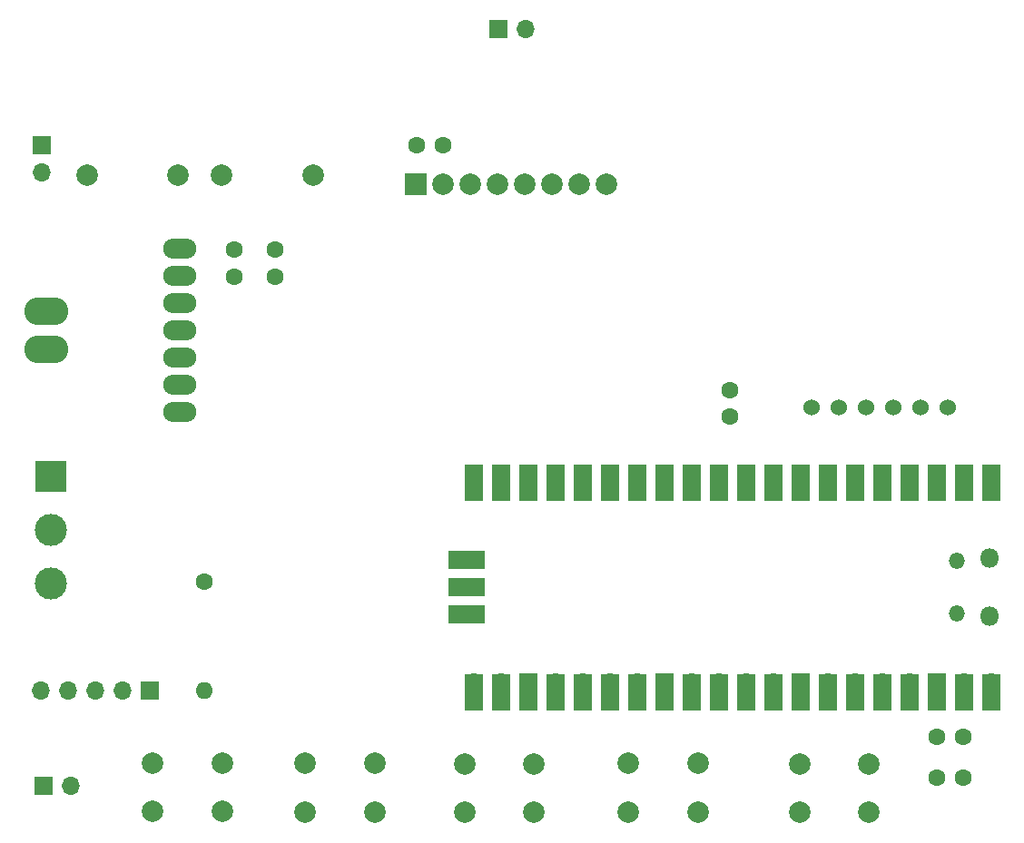
<source format=gts>
G04 #@! TF.GenerationSoftware,KiCad,Pcbnew,8.0.5*
G04 #@! TF.CreationDate,2025-01-03T00:20:55+01:00*
G04 #@! TF.ProjectId,Tortu,546f7274-752e-46b6-9963-61645f706362,rev?*
G04 #@! TF.SameCoordinates,Original*
G04 #@! TF.FileFunction,Soldermask,Top*
G04 #@! TF.FilePolarity,Negative*
%FSLAX46Y46*%
G04 Gerber Fmt 4.6, Leading zero omitted, Abs format (unit mm)*
G04 Created by KiCad (PCBNEW 8.0.5) date 2025-01-03 00:20:55*
%MOMM*%
%LPD*%
G01*
G04 APERTURE LIST*
%ADD10R,1.700000X1.700000*%
%ADD11O,1.700000X1.700000*%
%ADD12C,1.524000*%
%ADD13O,1.800000X1.800000*%
%ADD14O,1.500000X1.500000*%
%ADD15R,1.700000X3.500000*%
%ADD16R,3.500000X1.700000*%
%ADD17R,3.000000X3.000000*%
%ADD18C,3.000000*%
%ADD19C,2.000000*%
%ADD20C,1.600000*%
%ADD21O,1.600000X1.600000*%
%ADD22R,2.000000X2.000000*%
%ADD23O,3.101600X1.851600*%
%ADD24O,4.101600X2.601600*%
G04 APERTURE END LIST*
D10*
X165100000Y-62230000D03*
D11*
X167640000Y-62230000D03*
D12*
X194310000Y-97536000D03*
X196850000Y-97536000D03*
X199390000Y-97536000D03*
X201930000Y-97536000D03*
X204470000Y-97536000D03*
X207010000Y-97536000D03*
D13*
X210944000Y-111575000D03*
D14*
X207914000Y-111875000D03*
X207914000Y-116725000D03*
D13*
X210944000Y-117025000D03*
D11*
X211074000Y-105410000D03*
D15*
X211074000Y-104510000D03*
D11*
X208534000Y-105410000D03*
D15*
X208534000Y-104510000D03*
D10*
X205994000Y-105410000D03*
D15*
X205994000Y-104510000D03*
D11*
X203454000Y-105410000D03*
D15*
X203454000Y-104510000D03*
D11*
X200914000Y-105410000D03*
D15*
X200914000Y-104510000D03*
D11*
X198374000Y-105410000D03*
D15*
X198374000Y-104510000D03*
D11*
X195834000Y-105410000D03*
D15*
X195834000Y-104510000D03*
D10*
X193294000Y-105410000D03*
D15*
X193294000Y-104510000D03*
D11*
X190754000Y-105410000D03*
D15*
X190754000Y-104510000D03*
D11*
X188214000Y-105410000D03*
D15*
X188214000Y-104510000D03*
D11*
X185674000Y-105410000D03*
D15*
X185674000Y-104510000D03*
D11*
X183134000Y-105410000D03*
D15*
X183134000Y-104510000D03*
D10*
X180594000Y-105410000D03*
D15*
X180594000Y-104510000D03*
D11*
X178054000Y-105410000D03*
D15*
X178054000Y-104510000D03*
D11*
X175514000Y-105410000D03*
D15*
X175514000Y-104510000D03*
D11*
X172974000Y-105410000D03*
D15*
X172974000Y-104510000D03*
D11*
X170434000Y-105410000D03*
D15*
X170434000Y-104510000D03*
D10*
X167894000Y-105410000D03*
D15*
X167894000Y-104510000D03*
D11*
X165354000Y-105410000D03*
D15*
X165354000Y-104510000D03*
D11*
X162814000Y-105410000D03*
D15*
X162814000Y-104510000D03*
D11*
X162814000Y-123190000D03*
D15*
X162814000Y-124090000D03*
D11*
X165354000Y-123190000D03*
D15*
X165354000Y-124090000D03*
D10*
X167894000Y-123190000D03*
D15*
X167894000Y-124090000D03*
D11*
X170434000Y-123190000D03*
D15*
X170434000Y-124090000D03*
D11*
X172974000Y-123190000D03*
D15*
X172974000Y-124090000D03*
D11*
X175514000Y-123190000D03*
D15*
X175514000Y-124090000D03*
D11*
X178054000Y-123190000D03*
D15*
X178054000Y-124090000D03*
D10*
X180594000Y-123190000D03*
D15*
X180594000Y-124090000D03*
D11*
X183134000Y-123190000D03*
D15*
X183134000Y-124090000D03*
D11*
X185674000Y-123190000D03*
D15*
X185674000Y-124090000D03*
D11*
X188214000Y-123190000D03*
D15*
X188214000Y-124090000D03*
D11*
X190754000Y-123190000D03*
D15*
X190754000Y-124090000D03*
D10*
X193294000Y-123190000D03*
D15*
X193294000Y-124090000D03*
D11*
X195834000Y-123190000D03*
D15*
X195834000Y-124090000D03*
D11*
X198374000Y-123190000D03*
D15*
X198374000Y-124090000D03*
D11*
X200914000Y-123190000D03*
D15*
X200914000Y-124090000D03*
D11*
X203454000Y-123190000D03*
D15*
X203454000Y-124090000D03*
D10*
X205994000Y-123190000D03*
D15*
X205994000Y-124090000D03*
D11*
X208534000Y-123190000D03*
D15*
X208534000Y-124090000D03*
D11*
X211074000Y-123190000D03*
D15*
X211074000Y-124090000D03*
D11*
X163044000Y-111760000D03*
D16*
X162144000Y-111760000D03*
D10*
X163044000Y-114300000D03*
D16*
X162144000Y-114300000D03*
D11*
X163044000Y-116840000D03*
D16*
X162144000Y-116840000D03*
D17*
X123398000Y-103966000D03*
D18*
X123398000Y-108966000D03*
X123398000Y-113966000D03*
D19*
X177269000Y-130755000D03*
X183769000Y-130755000D03*
X177269000Y-135255000D03*
X183769000Y-135255000D03*
D20*
X137668000Y-113792000D03*
D21*
X137668000Y-123952000D03*
D19*
X135255000Y-75836000D03*
X126746000Y-75836000D03*
X147828000Y-75836000D03*
X139319000Y-75836000D03*
X193219000Y-130791000D03*
X199719000Y-130791000D03*
X193219000Y-135291000D03*
X199719000Y-135291000D03*
D20*
X208514000Y-128270000D03*
X206014000Y-128270000D03*
X160000000Y-73025000D03*
X157500000Y-73025000D03*
D19*
X147095000Y-130755000D03*
X153595000Y-130755000D03*
X147095000Y-135255000D03*
X153595000Y-135255000D03*
D20*
X208514000Y-132080000D03*
X206014000Y-132080000D03*
D10*
X122555000Y-73025000D03*
D11*
X122555000Y-75565000D03*
D10*
X132588000Y-123952000D03*
D11*
X130048000Y-123952000D03*
X127508000Y-123952000D03*
X124968000Y-123952000D03*
X122428000Y-123952000D03*
D22*
X157477200Y-76685500D03*
D19*
X160017200Y-76685500D03*
X162557200Y-76685500D03*
X165097200Y-76685500D03*
X167637200Y-76685500D03*
X170177200Y-76685500D03*
X172717200Y-76685500D03*
X175257200Y-76685500D03*
D20*
X140462000Y-82824000D03*
X140462000Y-85324000D03*
D23*
X135439000Y-82670000D03*
X135439000Y-85210000D03*
X135439000Y-87750000D03*
X135439000Y-90290000D03*
X135439000Y-92830000D03*
X135439000Y-95370000D03*
X135439000Y-97910000D03*
D24*
X122985000Y-92090000D03*
X122985000Y-88590000D03*
D20*
X144272000Y-82824000D03*
X144272000Y-85324000D03*
D10*
X122682000Y-132842000D03*
D11*
X125222000Y-132842000D03*
D20*
X186690000Y-95885000D03*
X186690000Y-98385000D03*
D19*
X132871000Y-130719000D03*
X139371000Y-130719000D03*
X132871000Y-135219000D03*
X139371000Y-135219000D03*
X161977000Y-130791000D03*
X168477000Y-130791000D03*
X161977000Y-135291000D03*
X168477000Y-135291000D03*
M02*

</source>
